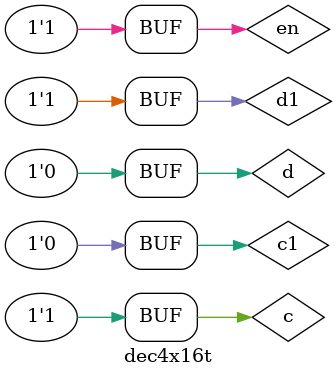
<source format=v>
`timescale 1ns / 1ps


module dec4x16t;

	// Inputs
	reg c;
	reg d;
	reg d1;
	reg c1;
	reg en;

	// Outputs
	wire D0;
	wire D1;
	wire D2;
	wire D3;
	wire D4;
	wire D5;
	wire D6;
	wire D7;
	wire D8;
	wire D9;
	wire D10;
	wire D11;
	wire D12;
	wire D13;
	wire D14;
	wire D15;

	// Instantiate the Unit Under Test (UUT)
	decoder4X16 uut (
		.c(c), 
		.d(d), 
		.d1(d1), 
		.c1(c1), 
		.en(en), 
		.D0(D0), 
		.D1(D1), 
		.D2(D2), 
		.D3(D3), 
		.D4(D4), 
		.D5(D5), 
		.D6(D6), 
		.D7(D7), 
		.D8(D8), 
		.D9(D9), 
		.D10(D10), 
		.D11(D11), 
		.D12(D12), 
		.D13(D13), 
		.D14(D14), 
		.D15(D15)
	);

	initial begin
		// Initialize Inputs
		c = 0;
		c1 = 0;
		d = 0;
		d1 = 0;
		en = 0;

		// Wait 100 ns for global reset to finish
		#100;
		
		c = 1;
		c1 = 0;
		d = 1;
		d1 = 0;
		en = 1;

		// Wait 100 ns for global reset to finish
		#100;
		
		c = 1;
		c1 = 1;
		d = 0;
		d1 = 0;
		en =1;

		// Wait 100 ns for global reset to finish
		#100;
		
		c = 0;
		c1 = 0;
		d = 1;
		d1 = 1;
				en =1;


		// Wait 100 ns for global reset to finish
		#100;
		
		c = 1;
		c1 = 0;
		d = 0;
		d1 = 1;
				en =1;


		// Wait 100 ns for global reset to finish
		#100;
        
		// Add stimulus here

	end
      
endmodule


</source>
